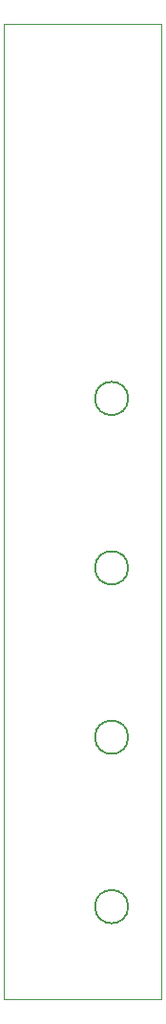
<source format=gbr>
%TF.GenerationSoftware,KiCad,Pcbnew,(5.1.12-1-10_14)*%
%TF.CreationDate,2021-12-28T18:28:33+00:00*%
%TF.ProjectId,pocket-operator-eurorack-connector-board,706f636b-6574-42d6-9f70-657261746f72,rev?*%
%TF.SameCoordinates,Original*%
%TF.FileFunction,Profile,NP*%
%FSLAX46Y46*%
G04 Gerber Fmt 4.6, Leading zero omitted, Abs format (unit mm)*
G04 Created by KiCad (PCBNEW (5.1.12-1-10_14)) date 2021-12-28 18:28:33*
%MOMM*%
%LPD*%
G01*
G04 APERTURE LIST*
%TA.AperFunction,Profile*%
%ADD10C,0.150000*%
%TD*%
%TA.AperFunction,Profile*%
%ADD11C,0.050000*%
%TD*%
G04 APERTURE END LIST*
D10*
X1473915Y-84500000D02*
G75*
G03*
X1473915Y-84500000I-1473915J0D01*
G01*
X1473915Y-69500000D02*
G75*
G03*
X1473915Y-69500000I-1473915J0D01*
G01*
X1473915Y-54500000D02*
G75*
G03*
X1473915Y-54500000I-1473915J0D01*
G01*
X1473915Y-39500000D02*
G75*
G03*
X1473915Y-39500000I-1473915J0D01*
G01*
D11*
X-9525000Y-92710000D02*
X-9525000Y-6350000D01*
X4445000Y-92710000D02*
X-9525000Y-92710000D01*
X4445000Y-6350000D02*
X4445000Y-92710000D01*
X-9525000Y-6350000D02*
X4445000Y-6350000D01*
M02*

</source>
